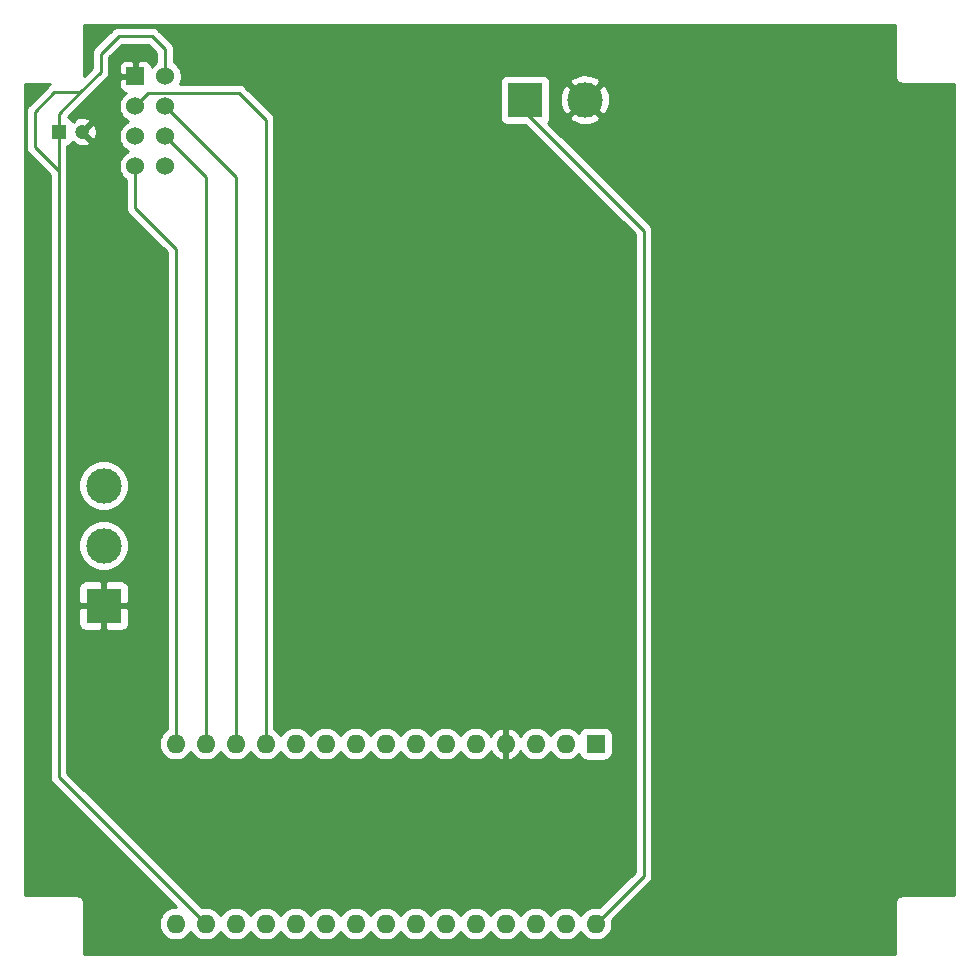
<source format=gbr>
%TF.GenerationSoftware,KiCad,Pcbnew,(5.1.10)-1*%
%TF.CreationDate,2021-11-09T21:08:57+01:00*%
%TF.ProjectId,BuzzerSend,42757a7a-6572-4536-956e-642e6b696361,1.0*%
%TF.SameCoordinates,Original*%
%TF.FileFunction,Copper,L1,Top*%
%TF.FilePolarity,Positive*%
%FSLAX46Y46*%
G04 Gerber Fmt 4.6, Leading zero omitted, Abs format (unit mm)*
G04 Created by KiCad (PCBNEW (5.1.10)-1) date 2021-11-09 21:08:57*
%MOMM*%
%LPD*%
G01*
G04 APERTURE LIST*
%TA.AperFunction,ComponentPad*%
%ADD10R,1.600000X1.600000*%
%TD*%
%TA.AperFunction,ComponentPad*%
%ADD11O,1.600000X1.600000*%
%TD*%
%TA.AperFunction,ComponentPad*%
%ADD12R,3.000000X3.000000*%
%TD*%
%TA.AperFunction,ComponentPad*%
%ADD13C,3.000000*%
%TD*%
%TA.AperFunction,ComponentPad*%
%ADD14R,1.524000X1.524000*%
%TD*%
%TA.AperFunction,ComponentPad*%
%ADD15C,1.524000*%
%TD*%
%TA.AperFunction,ComponentPad*%
%ADD16R,1.200000X1.200000*%
%TD*%
%TA.AperFunction,ComponentPad*%
%ADD17C,1.200000*%
%TD*%
%TA.AperFunction,Conductor*%
%ADD18C,0.250000*%
%TD*%
%TA.AperFunction,Conductor*%
%ADD19C,0.254000*%
%TD*%
%TA.AperFunction,Conductor*%
%ADD20C,0.100000*%
%TD*%
G04 APERTURE END LIST*
D10*
%TO.P,A1,1*%
%TO.N,Net-(A1-Pad1)*%
X93980000Y-111506000D03*
D11*
%TO.P,A1,17*%
%TO.N,Net-(A1-Pad17)*%
X60960000Y-126746000D03*
%TO.P,A1,2*%
%TO.N,Net-(A1-Pad2)*%
X91440000Y-111506000D03*
%TO.P,A1,18*%
%TO.N,Net-(A1-Pad18)*%
X63500000Y-126746000D03*
%TO.P,A1,3*%
%TO.N,Net-(A1-Pad3)*%
X88900000Y-111506000D03*
%TO.P,A1,19*%
%TO.N,Net-(A1-Pad19)*%
X66040000Y-126746000D03*
%TO.P,A1,4*%
%TO.N,GND*%
X86360000Y-111506000D03*
%TO.P,A1,20*%
%TO.N,Net-(A1-Pad20)*%
X68580000Y-126746000D03*
%TO.P,A1,5*%
%TO.N,Net-(A1-Pad5)*%
X83820000Y-111506000D03*
%TO.P,A1,21*%
%TO.N,Net-(A1-Pad21)*%
X71120000Y-126746000D03*
%TO.P,A1,6*%
%TO.N,Net-(A1-Pad6)*%
X81280000Y-111506000D03*
%TO.P,A1,22*%
%TO.N,Net-(A1-Pad22)*%
X73660000Y-126746000D03*
%TO.P,A1,7*%
%TO.N,Net-(A1-Pad7)*%
X78740000Y-111506000D03*
%TO.P,A1,23*%
%TO.N,Net-(A1-Pad23)*%
X76200000Y-126746000D03*
%TO.P,A1,8*%
%TO.N,Net-(A1-Pad8)*%
X76200000Y-111506000D03*
%TO.P,A1,24*%
%TO.N,Net-(A1-Pad24)*%
X78740000Y-126746000D03*
%TO.P,A1,9*%
%TO.N,Net-(A1-Pad9)*%
X73660000Y-111506000D03*
%TO.P,A1,25*%
%TO.N,Net-(A1-Pad25)*%
X81280000Y-126746000D03*
%TO.P,A1,10*%
%TO.N,Net-(A1-Pad10)*%
X71120000Y-111506000D03*
%TO.P,A1,26*%
%TO.N,Net-(A1-Pad26)*%
X83820000Y-126746000D03*
%TO.P,A1,11*%
%TO.N,Net-(A1-Pad11)*%
X68580000Y-111506000D03*
%TO.P,A1,27*%
%TO.N,Net-(A1-Pad27)*%
X86360000Y-126746000D03*
%TO.P,A1,12*%
%TO.N,Net-(A1-Pad12)*%
X66040000Y-111506000D03*
%TO.P,A1,28*%
%TO.N,Net-(A1-Pad28)*%
X88900000Y-126746000D03*
%TO.P,A1,13*%
%TO.N,Net-(A1-Pad13)*%
X63500000Y-111506000D03*
%TO.P,A1,29*%
%TO.N,Net-(A1-Pad29)*%
X91440000Y-126746000D03*
%TO.P,A1,14*%
%TO.N,Net-(A1-Pad14)*%
X60960000Y-111506000D03*
%TO.P,A1,30*%
%TO.N,+9V*%
X93980000Y-126746000D03*
%TO.P,A1,15*%
%TO.N,Net-(A1-Pad15)*%
X58420000Y-111506000D03*
%TO.P,A1,16*%
%TO.N,Net-(A1-Pad16)*%
X58420000Y-126746000D03*
%TD*%
D12*
%TO.P,J1,1*%
%TO.N,GND*%
X52324000Y-99822000D03*
D13*
%TO.P,J1,2*%
%TO.N,Net-(A1-Pad5)*%
X52324000Y-94742000D03*
%TO.P,J1,3*%
%TO.N,Net-(A1-Pad7)*%
X52324000Y-89662000D03*
%TD*%
D12*
%TO.P,J2,1*%
%TO.N,+9V*%
X88000000Y-57000000D03*
D13*
%TO.P,J2,2*%
%TO.N,GND*%
X93080000Y-57000000D03*
%TD*%
D14*
%TO.P,U1,1*%
%TO.N,GND*%
X55000000Y-55000000D03*
D15*
%TO.P,U1,2*%
%TO.N,Net-(A1-Pad17)*%
X57540000Y-55000000D03*
%TO.P,U1,3*%
%TO.N,Net-(A1-Pad12)*%
X55000000Y-57540000D03*
%TO.P,U1,4*%
%TO.N,Net-(A1-Pad13)*%
X57540000Y-57540000D03*
%TO.P,U1,5*%
%TO.N,Net-(A1-Pad16)*%
X55000000Y-60080000D03*
%TO.P,U1,6*%
%TO.N,Net-(A1-Pad14)*%
X57540000Y-60080000D03*
%TO.P,U1,7*%
%TO.N,Net-(A1-Pad15)*%
X55000000Y-62620000D03*
%TO.P,U1,8*%
%TO.N,Net-(U1-Pad8)*%
X57540000Y-62620000D03*
%TD*%
D16*
%TO.P,C1,1*%
%TO.N,Net-(A1-Pad17)*%
X48514000Y-59690000D03*
D17*
%TO.P,C1,2*%
%TO.N,GND*%
X50514000Y-59690000D03*
%TD*%
D18*
%TO.N,Net-(A1-Pad17)*%
X56388000Y-51562000D02*
X57540000Y-52714000D01*
X57540000Y-52714000D02*
X57540000Y-55000000D01*
X53594000Y-51562000D02*
X56388000Y-51562000D01*
X52070000Y-53086000D02*
X53594000Y-51562000D01*
X60960000Y-126746000D02*
X48514000Y-114300000D01*
X48514000Y-114300000D02*
X48514000Y-104648000D01*
X48514000Y-104902000D02*
X48514000Y-104648000D01*
X48514000Y-104648000D02*
X48514000Y-65786000D01*
X48514000Y-59690000D02*
X48514000Y-58166000D01*
X52070000Y-54610000D02*
X52070000Y-53086000D01*
X48514000Y-65786000D02*
X48514000Y-63014000D01*
X48514000Y-63014000D02*
X48514000Y-59690000D01*
X48160000Y-56340000D02*
X50340000Y-56340000D01*
X46500000Y-58000000D02*
X48160000Y-56340000D01*
X50340000Y-56340000D02*
X52070000Y-54610000D01*
X46500000Y-61000000D02*
X46500000Y-58000000D01*
X48514000Y-63014000D02*
X46500000Y-61000000D01*
X48514000Y-58166000D02*
X50340000Y-56340000D01*
%TO.N,Net-(A1-Pad12)*%
X63754000Y-56388000D02*
X66040000Y-58674000D01*
X66040000Y-58674000D02*
X66040000Y-64516000D01*
X56134000Y-56388000D02*
X63754000Y-56388000D01*
X55000000Y-57540000D02*
X56087001Y-56452999D01*
X56087001Y-56434999D02*
X56134000Y-56388000D01*
X56087001Y-56452999D02*
X56087001Y-56434999D01*
X66040000Y-64516000D02*
X66040000Y-64431238D01*
X66040000Y-111506000D02*
X66040000Y-64516000D01*
%TO.N,Net-(A1-Pad13)*%
X63500000Y-63500000D02*
X57540000Y-57540000D01*
X63500000Y-111506000D02*
X63500000Y-63500000D01*
%TO.N,Net-(A1-Pad14)*%
X60960000Y-63500000D02*
X60960000Y-111506000D01*
X57540000Y-60080000D02*
X60960000Y-63500000D01*
%TO.N,+9V*%
X88000000Y-57000000D02*
X88000000Y-58028000D01*
X88000000Y-58028000D02*
X98044000Y-68072000D01*
X98044000Y-122682000D02*
X93980000Y-126746000D01*
X98044000Y-68072000D02*
X98044000Y-122682000D01*
%TO.N,Net-(A1-Pad15)*%
X58420000Y-111506000D02*
X58420000Y-69596000D01*
X55000000Y-66176000D02*
X55000000Y-62620000D01*
X58420000Y-69596000D02*
X55000000Y-66176000D01*
%TO.N,Net-(A1-Pad16)*%
X58420000Y-126746000D02*
X58166000Y-127000000D01*
%TD*%
D19*
%TO.N,GND*%
X119340000Y-54967581D02*
X119336807Y-55000000D01*
X119349550Y-55129383D01*
X119387290Y-55253793D01*
X119448575Y-55368450D01*
X119531052Y-55468948D01*
X119631550Y-55551425D01*
X119746207Y-55612710D01*
X119870617Y-55650450D01*
X120000000Y-55663193D01*
X120032419Y-55660000D01*
X124340001Y-55660000D01*
X124340000Y-124340000D01*
X120032419Y-124340000D01*
X120000000Y-124336807D01*
X119967581Y-124340000D01*
X119870617Y-124349550D01*
X119746207Y-124387290D01*
X119631550Y-124448575D01*
X119531052Y-124531052D01*
X119448575Y-124631550D01*
X119387290Y-124746207D01*
X119349550Y-124870617D01*
X119336807Y-125000000D01*
X119340001Y-125032429D01*
X119340000Y-129340000D01*
X50660000Y-129340000D01*
X50660000Y-125032418D01*
X50663193Y-125000000D01*
X50650450Y-124870617D01*
X50612710Y-124746207D01*
X50551425Y-124631550D01*
X50468948Y-124531052D01*
X50368450Y-124448575D01*
X50253793Y-124387290D01*
X50129383Y-124349550D01*
X50032419Y-124340000D01*
X50000000Y-124336807D01*
X49967581Y-124340000D01*
X45660000Y-124340000D01*
X45660000Y-55660000D01*
X47819960Y-55660000D01*
X47735724Y-55705026D01*
X47619999Y-55799999D01*
X47596201Y-55828997D01*
X45988998Y-57436201D01*
X45960000Y-57459999D01*
X45936202Y-57488997D01*
X45936201Y-57488998D01*
X45865026Y-57575724D01*
X45794454Y-57707754D01*
X45785961Y-57735754D01*
X45750998Y-57851014D01*
X45743711Y-57924997D01*
X45736324Y-58000000D01*
X45740001Y-58037332D01*
X45740000Y-60962677D01*
X45736324Y-61000000D01*
X45740000Y-61037322D01*
X45740000Y-61037332D01*
X45750997Y-61148985D01*
X45773449Y-61223000D01*
X45794454Y-61292246D01*
X45865026Y-61424276D01*
X45904871Y-61472826D01*
X45959999Y-61540001D01*
X45989003Y-61563804D01*
X47754001Y-63328803D01*
X47754000Y-65823332D01*
X47754001Y-65823342D01*
X47754000Y-104610667D01*
X47754000Y-104939332D01*
X47754001Y-104939342D01*
X47754000Y-114262678D01*
X47750324Y-114300000D01*
X47754000Y-114337322D01*
X47754000Y-114337332D01*
X47764997Y-114448985D01*
X47808454Y-114592246D01*
X47879026Y-114724276D01*
X47918871Y-114772826D01*
X47973999Y-114840001D01*
X48003003Y-114863804D01*
X58450198Y-125311000D01*
X58278665Y-125311000D01*
X58001426Y-125366147D01*
X57740273Y-125474320D01*
X57505241Y-125631363D01*
X57305363Y-125831241D01*
X57148320Y-126066273D01*
X57040147Y-126327426D01*
X56985000Y-126604665D01*
X56985000Y-126887335D01*
X57040147Y-127164574D01*
X57148320Y-127425727D01*
X57305363Y-127660759D01*
X57505241Y-127860637D01*
X57740273Y-128017680D01*
X58001426Y-128125853D01*
X58278665Y-128181000D01*
X58561335Y-128181000D01*
X58838574Y-128125853D01*
X59099727Y-128017680D01*
X59334759Y-127860637D01*
X59534637Y-127660759D01*
X59690000Y-127428241D01*
X59845363Y-127660759D01*
X60045241Y-127860637D01*
X60280273Y-128017680D01*
X60541426Y-128125853D01*
X60818665Y-128181000D01*
X61101335Y-128181000D01*
X61378574Y-128125853D01*
X61639727Y-128017680D01*
X61874759Y-127860637D01*
X62074637Y-127660759D01*
X62230000Y-127428241D01*
X62385363Y-127660759D01*
X62585241Y-127860637D01*
X62820273Y-128017680D01*
X63081426Y-128125853D01*
X63358665Y-128181000D01*
X63641335Y-128181000D01*
X63918574Y-128125853D01*
X64179727Y-128017680D01*
X64414759Y-127860637D01*
X64614637Y-127660759D01*
X64770000Y-127428241D01*
X64925363Y-127660759D01*
X65125241Y-127860637D01*
X65360273Y-128017680D01*
X65621426Y-128125853D01*
X65898665Y-128181000D01*
X66181335Y-128181000D01*
X66458574Y-128125853D01*
X66719727Y-128017680D01*
X66954759Y-127860637D01*
X67154637Y-127660759D01*
X67310000Y-127428241D01*
X67465363Y-127660759D01*
X67665241Y-127860637D01*
X67900273Y-128017680D01*
X68161426Y-128125853D01*
X68438665Y-128181000D01*
X68721335Y-128181000D01*
X68998574Y-128125853D01*
X69259727Y-128017680D01*
X69494759Y-127860637D01*
X69694637Y-127660759D01*
X69850000Y-127428241D01*
X70005363Y-127660759D01*
X70205241Y-127860637D01*
X70440273Y-128017680D01*
X70701426Y-128125853D01*
X70978665Y-128181000D01*
X71261335Y-128181000D01*
X71538574Y-128125853D01*
X71799727Y-128017680D01*
X72034759Y-127860637D01*
X72234637Y-127660759D01*
X72390000Y-127428241D01*
X72545363Y-127660759D01*
X72745241Y-127860637D01*
X72980273Y-128017680D01*
X73241426Y-128125853D01*
X73518665Y-128181000D01*
X73801335Y-128181000D01*
X74078574Y-128125853D01*
X74339727Y-128017680D01*
X74574759Y-127860637D01*
X74774637Y-127660759D01*
X74930000Y-127428241D01*
X75085363Y-127660759D01*
X75285241Y-127860637D01*
X75520273Y-128017680D01*
X75781426Y-128125853D01*
X76058665Y-128181000D01*
X76341335Y-128181000D01*
X76618574Y-128125853D01*
X76879727Y-128017680D01*
X77114759Y-127860637D01*
X77314637Y-127660759D01*
X77470000Y-127428241D01*
X77625363Y-127660759D01*
X77825241Y-127860637D01*
X78060273Y-128017680D01*
X78321426Y-128125853D01*
X78598665Y-128181000D01*
X78881335Y-128181000D01*
X79158574Y-128125853D01*
X79419727Y-128017680D01*
X79654759Y-127860637D01*
X79854637Y-127660759D01*
X80010000Y-127428241D01*
X80165363Y-127660759D01*
X80365241Y-127860637D01*
X80600273Y-128017680D01*
X80861426Y-128125853D01*
X81138665Y-128181000D01*
X81421335Y-128181000D01*
X81698574Y-128125853D01*
X81959727Y-128017680D01*
X82194759Y-127860637D01*
X82394637Y-127660759D01*
X82550000Y-127428241D01*
X82705363Y-127660759D01*
X82905241Y-127860637D01*
X83140273Y-128017680D01*
X83401426Y-128125853D01*
X83678665Y-128181000D01*
X83961335Y-128181000D01*
X84238574Y-128125853D01*
X84499727Y-128017680D01*
X84734759Y-127860637D01*
X84934637Y-127660759D01*
X85090000Y-127428241D01*
X85245363Y-127660759D01*
X85445241Y-127860637D01*
X85680273Y-128017680D01*
X85941426Y-128125853D01*
X86218665Y-128181000D01*
X86501335Y-128181000D01*
X86778574Y-128125853D01*
X87039727Y-128017680D01*
X87274759Y-127860637D01*
X87474637Y-127660759D01*
X87630000Y-127428241D01*
X87785363Y-127660759D01*
X87985241Y-127860637D01*
X88220273Y-128017680D01*
X88481426Y-128125853D01*
X88758665Y-128181000D01*
X89041335Y-128181000D01*
X89318574Y-128125853D01*
X89579727Y-128017680D01*
X89814759Y-127860637D01*
X90014637Y-127660759D01*
X90170000Y-127428241D01*
X90325363Y-127660759D01*
X90525241Y-127860637D01*
X90760273Y-128017680D01*
X91021426Y-128125853D01*
X91298665Y-128181000D01*
X91581335Y-128181000D01*
X91858574Y-128125853D01*
X92119727Y-128017680D01*
X92354759Y-127860637D01*
X92554637Y-127660759D01*
X92710000Y-127428241D01*
X92865363Y-127660759D01*
X93065241Y-127860637D01*
X93300273Y-128017680D01*
X93561426Y-128125853D01*
X93838665Y-128181000D01*
X94121335Y-128181000D01*
X94398574Y-128125853D01*
X94659727Y-128017680D01*
X94894759Y-127860637D01*
X95094637Y-127660759D01*
X95251680Y-127425727D01*
X95359853Y-127164574D01*
X95415000Y-126887335D01*
X95415000Y-126604665D01*
X95378688Y-126422113D01*
X98555003Y-123245799D01*
X98584001Y-123222001D01*
X98610332Y-123189917D01*
X98678974Y-123106277D01*
X98749546Y-122974247D01*
X98793003Y-122830986D01*
X98804000Y-122719333D01*
X98804000Y-122719323D01*
X98807676Y-122682000D01*
X98804000Y-122644677D01*
X98804000Y-68109322D01*
X98807676Y-68071999D01*
X98804000Y-68034677D01*
X98804000Y-68034667D01*
X98793003Y-67923014D01*
X98749546Y-67779753D01*
X98678975Y-67647725D01*
X98678974Y-67647723D01*
X98607799Y-67560997D01*
X98584001Y-67531999D01*
X98555004Y-67508202D01*
X89972281Y-58925480D01*
X90030537Y-58854494D01*
X90089502Y-58744180D01*
X90125812Y-58624482D01*
X90138072Y-58500000D01*
X90138072Y-58491653D01*
X91767952Y-58491653D01*
X91923962Y-58807214D01*
X92298745Y-58998020D01*
X92703551Y-59112044D01*
X93122824Y-59144902D01*
X93540451Y-59095334D01*
X93940383Y-58965243D01*
X94236038Y-58807214D01*
X94392048Y-58491653D01*
X93080000Y-57179605D01*
X91767952Y-58491653D01*
X90138072Y-58491653D01*
X90138072Y-57042824D01*
X90935098Y-57042824D01*
X90984666Y-57460451D01*
X91114757Y-57860383D01*
X91272786Y-58156038D01*
X91588347Y-58312048D01*
X92900395Y-57000000D01*
X93259605Y-57000000D01*
X94571653Y-58312048D01*
X94887214Y-58156038D01*
X95078020Y-57781255D01*
X95192044Y-57376449D01*
X95224902Y-56957176D01*
X95175334Y-56539549D01*
X95045243Y-56139617D01*
X94887214Y-55843962D01*
X94571653Y-55687952D01*
X93259605Y-57000000D01*
X92900395Y-57000000D01*
X91588347Y-55687952D01*
X91272786Y-55843962D01*
X91081980Y-56218745D01*
X90967956Y-56623551D01*
X90935098Y-57042824D01*
X90138072Y-57042824D01*
X90138072Y-55508347D01*
X91767952Y-55508347D01*
X93080000Y-56820395D01*
X94392048Y-55508347D01*
X94236038Y-55192786D01*
X93861255Y-55001980D01*
X93456449Y-54887956D01*
X93037176Y-54855098D01*
X92619549Y-54904666D01*
X92219617Y-55034757D01*
X91923962Y-55192786D01*
X91767952Y-55508347D01*
X90138072Y-55508347D01*
X90138072Y-55500000D01*
X90125812Y-55375518D01*
X90089502Y-55255820D01*
X90030537Y-55145506D01*
X89951185Y-55048815D01*
X89854494Y-54969463D01*
X89744180Y-54910498D01*
X89624482Y-54874188D01*
X89500000Y-54861928D01*
X86500000Y-54861928D01*
X86375518Y-54874188D01*
X86255820Y-54910498D01*
X86145506Y-54969463D01*
X86048815Y-55048815D01*
X85969463Y-55145506D01*
X85910498Y-55255820D01*
X85874188Y-55375518D01*
X85861928Y-55500000D01*
X85861928Y-58500000D01*
X85874188Y-58624482D01*
X85910498Y-58744180D01*
X85969463Y-58854494D01*
X86048815Y-58951185D01*
X86145506Y-59030537D01*
X86255820Y-59089502D01*
X86375518Y-59125812D01*
X86500000Y-59138072D01*
X88035271Y-59138072D01*
X97284000Y-68386802D01*
X97284001Y-122367197D01*
X94303887Y-125347312D01*
X94121335Y-125311000D01*
X93838665Y-125311000D01*
X93561426Y-125366147D01*
X93300273Y-125474320D01*
X93065241Y-125631363D01*
X92865363Y-125831241D01*
X92710000Y-126063759D01*
X92554637Y-125831241D01*
X92354759Y-125631363D01*
X92119727Y-125474320D01*
X91858574Y-125366147D01*
X91581335Y-125311000D01*
X91298665Y-125311000D01*
X91021426Y-125366147D01*
X90760273Y-125474320D01*
X90525241Y-125631363D01*
X90325363Y-125831241D01*
X90170000Y-126063759D01*
X90014637Y-125831241D01*
X89814759Y-125631363D01*
X89579727Y-125474320D01*
X89318574Y-125366147D01*
X89041335Y-125311000D01*
X88758665Y-125311000D01*
X88481426Y-125366147D01*
X88220273Y-125474320D01*
X87985241Y-125631363D01*
X87785363Y-125831241D01*
X87630000Y-126063759D01*
X87474637Y-125831241D01*
X87274759Y-125631363D01*
X87039727Y-125474320D01*
X86778574Y-125366147D01*
X86501335Y-125311000D01*
X86218665Y-125311000D01*
X85941426Y-125366147D01*
X85680273Y-125474320D01*
X85445241Y-125631363D01*
X85245363Y-125831241D01*
X85090000Y-126063759D01*
X84934637Y-125831241D01*
X84734759Y-125631363D01*
X84499727Y-125474320D01*
X84238574Y-125366147D01*
X83961335Y-125311000D01*
X83678665Y-125311000D01*
X83401426Y-125366147D01*
X83140273Y-125474320D01*
X82905241Y-125631363D01*
X82705363Y-125831241D01*
X82550000Y-126063759D01*
X82394637Y-125831241D01*
X82194759Y-125631363D01*
X81959727Y-125474320D01*
X81698574Y-125366147D01*
X81421335Y-125311000D01*
X81138665Y-125311000D01*
X80861426Y-125366147D01*
X80600273Y-125474320D01*
X80365241Y-125631363D01*
X80165363Y-125831241D01*
X80010000Y-126063759D01*
X79854637Y-125831241D01*
X79654759Y-125631363D01*
X79419727Y-125474320D01*
X79158574Y-125366147D01*
X78881335Y-125311000D01*
X78598665Y-125311000D01*
X78321426Y-125366147D01*
X78060273Y-125474320D01*
X77825241Y-125631363D01*
X77625363Y-125831241D01*
X77470000Y-126063759D01*
X77314637Y-125831241D01*
X77114759Y-125631363D01*
X76879727Y-125474320D01*
X76618574Y-125366147D01*
X76341335Y-125311000D01*
X76058665Y-125311000D01*
X75781426Y-125366147D01*
X75520273Y-125474320D01*
X75285241Y-125631363D01*
X75085363Y-125831241D01*
X74930000Y-126063759D01*
X74774637Y-125831241D01*
X74574759Y-125631363D01*
X74339727Y-125474320D01*
X74078574Y-125366147D01*
X73801335Y-125311000D01*
X73518665Y-125311000D01*
X73241426Y-125366147D01*
X72980273Y-125474320D01*
X72745241Y-125631363D01*
X72545363Y-125831241D01*
X72390000Y-126063759D01*
X72234637Y-125831241D01*
X72034759Y-125631363D01*
X71799727Y-125474320D01*
X71538574Y-125366147D01*
X71261335Y-125311000D01*
X70978665Y-125311000D01*
X70701426Y-125366147D01*
X70440273Y-125474320D01*
X70205241Y-125631363D01*
X70005363Y-125831241D01*
X69850000Y-126063759D01*
X69694637Y-125831241D01*
X69494759Y-125631363D01*
X69259727Y-125474320D01*
X68998574Y-125366147D01*
X68721335Y-125311000D01*
X68438665Y-125311000D01*
X68161426Y-125366147D01*
X67900273Y-125474320D01*
X67665241Y-125631363D01*
X67465363Y-125831241D01*
X67310000Y-126063759D01*
X67154637Y-125831241D01*
X66954759Y-125631363D01*
X66719727Y-125474320D01*
X66458574Y-125366147D01*
X66181335Y-125311000D01*
X65898665Y-125311000D01*
X65621426Y-125366147D01*
X65360273Y-125474320D01*
X65125241Y-125631363D01*
X64925363Y-125831241D01*
X64770000Y-126063759D01*
X64614637Y-125831241D01*
X64414759Y-125631363D01*
X64179727Y-125474320D01*
X63918574Y-125366147D01*
X63641335Y-125311000D01*
X63358665Y-125311000D01*
X63081426Y-125366147D01*
X62820273Y-125474320D01*
X62585241Y-125631363D01*
X62385363Y-125831241D01*
X62230000Y-126063759D01*
X62074637Y-125831241D01*
X61874759Y-125631363D01*
X61639727Y-125474320D01*
X61378574Y-125366147D01*
X61101335Y-125311000D01*
X60818665Y-125311000D01*
X60636114Y-125347312D01*
X49274000Y-113985199D01*
X49274000Y-101322000D01*
X50185928Y-101322000D01*
X50198188Y-101446482D01*
X50234498Y-101566180D01*
X50293463Y-101676494D01*
X50372815Y-101773185D01*
X50469506Y-101852537D01*
X50579820Y-101911502D01*
X50699518Y-101947812D01*
X50824000Y-101960072D01*
X52038250Y-101957000D01*
X52197000Y-101798250D01*
X52197000Y-99949000D01*
X52451000Y-99949000D01*
X52451000Y-101798250D01*
X52609750Y-101957000D01*
X53824000Y-101960072D01*
X53948482Y-101947812D01*
X54068180Y-101911502D01*
X54178494Y-101852537D01*
X54275185Y-101773185D01*
X54354537Y-101676494D01*
X54413502Y-101566180D01*
X54449812Y-101446482D01*
X54462072Y-101322000D01*
X54459000Y-100107750D01*
X54300250Y-99949000D01*
X52451000Y-99949000D01*
X52197000Y-99949000D01*
X50347750Y-99949000D01*
X50189000Y-100107750D01*
X50185928Y-101322000D01*
X49274000Y-101322000D01*
X49274000Y-98322000D01*
X50185928Y-98322000D01*
X50189000Y-99536250D01*
X50347750Y-99695000D01*
X52197000Y-99695000D01*
X52197000Y-97845750D01*
X52451000Y-97845750D01*
X52451000Y-99695000D01*
X54300250Y-99695000D01*
X54459000Y-99536250D01*
X54462072Y-98322000D01*
X54449812Y-98197518D01*
X54413502Y-98077820D01*
X54354537Y-97967506D01*
X54275185Y-97870815D01*
X54178494Y-97791463D01*
X54068180Y-97732498D01*
X53948482Y-97696188D01*
X53824000Y-97683928D01*
X52609750Y-97687000D01*
X52451000Y-97845750D01*
X52197000Y-97845750D01*
X52038250Y-97687000D01*
X50824000Y-97683928D01*
X50699518Y-97696188D01*
X50579820Y-97732498D01*
X50469506Y-97791463D01*
X50372815Y-97870815D01*
X50293463Y-97967506D01*
X50234498Y-98077820D01*
X50198188Y-98197518D01*
X50185928Y-98322000D01*
X49274000Y-98322000D01*
X49274000Y-94531721D01*
X50189000Y-94531721D01*
X50189000Y-94952279D01*
X50271047Y-95364756D01*
X50431988Y-95753302D01*
X50665637Y-96102983D01*
X50963017Y-96400363D01*
X51312698Y-96634012D01*
X51701244Y-96794953D01*
X52113721Y-96877000D01*
X52534279Y-96877000D01*
X52946756Y-96794953D01*
X53335302Y-96634012D01*
X53684983Y-96400363D01*
X53982363Y-96102983D01*
X54216012Y-95753302D01*
X54376953Y-95364756D01*
X54459000Y-94952279D01*
X54459000Y-94531721D01*
X54376953Y-94119244D01*
X54216012Y-93730698D01*
X53982363Y-93381017D01*
X53684983Y-93083637D01*
X53335302Y-92849988D01*
X52946756Y-92689047D01*
X52534279Y-92607000D01*
X52113721Y-92607000D01*
X51701244Y-92689047D01*
X51312698Y-92849988D01*
X50963017Y-93083637D01*
X50665637Y-93381017D01*
X50431988Y-93730698D01*
X50271047Y-94119244D01*
X50189000Y-94531721D01*
X49274000Y-94531721D01*
X49274000Y-89451721D01*
X50189000Y-89451721D01*
X50189000Y-89872279D01*
X50271047Y-90284756D01*
X50431988Y-90673302D01*
X50665637Y-91022983D01*
X50963017Y-91320363D01*
X51312698Y-91554012D01*
X51701244Y-91714953D01*
X52113721Y-91797000D01*
X52534279Y-91797000D01*
X52946756Y-91714953D01*
X53335302Y-91554012D01*
X53684983Y-91320363D01*
X53982363Y-91022983D01*
X54216012Y-90673302D01*
X54376953Y-90284756D01*
X54459000Y-89872279D01*
X54459000Y-89451721D01*
X54376953Y-89039244D01*
X54216012Y-88650698D01*
X53982363Y-88301017D01*
X53684983Y-88003637D01*
X53335302Y-87769988D01*
X52946756Y-87609047D01*
X52534279Y-87527000D01*
X52113721Y-87527000D01*
X51701244Y-87609047D01*
X51312698Y-87769988D01*
X50963017Y-88003637D01*
X50665637Y-88301017D01*
X50431988Y-88650698D01*
X50271047Y-89039244D01*
X50189000Y-89451721D01*
X49274000Y-89451721D01*
X49274000Y-63051322D01*
X49277676Y-63013999D01*
X49274000Y-62976676D01*
X49274000Y-60905038D01*
X49358180Y-60879502D01*
X49468494Y-60820537D01*
X49565185Y-60741185D01*
X49644537Y-60644494D01*
X49668858Y-60598994D01*
X49726736Y-60656872D01*
X49843842Y-60539766D01*
X49891148Y-60763348D01*
X50112516Y-60864237D01*
X50349313Y-60920000D01*
X50592438Y-60928495D01*
X50832549Y-60889395D01*
X51060418Y-60804202D01*
X51136852Y-60763348D01*
X51184159Y-60539764D01*
X50514000Y-59869605D01*
X50499858Y-59883748D01*
X50320253Y-59704143D01*
X50334395Y-59690000D01*
X50693605Y-59690000D01*
X51363764Y-60360159D01*
X51587348Y-60312852D01*
X51688237Y-60091484D01*
X51744000Y-59854687D01*
X51752495Y-59611562D01*
X51713395Y-59371451D01*
X51628202Y-59143582D01*
X51587348Y-59067148D01*
X51363764Y-59019841D01*
X50693605Y-59690000D01*
X50334395Y-59690000D01*
X50320253Y-59675858D01*
X50499858Y-59496253D01*
X50514000Y-59510395D01*
X51184159Y-58840236D01*
X51136852Y-58616652D01*
X50915484Y-58515763D01*
X50678687Y-58460000D01*
X50435562Y-58451505D01*
X50195451Y-58490605D01*
X49967582Y-58575798D01*
X49891148Y-58616652D01*
X49843842Y-58840234D01*
X49726736Y-58723128D01*
X49668858Y-58781006D01*
X49644537Y-58735506D01*
X49565185Y-58638815D01*
X49468494Y-58559463D01*
X49358180Y-58500498D01*
X49278480Y-58476321D01*
X50851003Y-56903799D01*
X50880001Y-56880001D01*
X50903803Y-56850998D01*
X52581009Y-55173794D01*
X52610001Y-55150001D01*
X52633795Y-55121008D01*
X52633799Y-55121004D01*
X52704973Y-55034277D01*
X52704974Y-55034276D01*
X52775546Y-54902247D01*
X52819003Y-54758986D01*
X52830000Y-54647333D01*
X52830000Y-54647324D01*
X52833676Y-54610001D01*
X52830000Y-54572678D01*
X52830000Y-54238000D01*
X53599928Y-54238000D01*
X53603000Y-54714250D01*
X53761750Y-54873000D01*
X54873000Y-54873000D01*
X54873000Y-53761750D01*
X54714250Y-53603000D01*
X54238000Y-53599928D01*
X54113518Y-53612188D01*
X53993820Y-53648498D01*
X53883506Y-53707463D01*
X53786815Y-53786815D01*
X53707463Y-53883506D01*
X53648498Y-53993820D01*
X53612188Y-54113518D01*
X53599928Y-54238000D01*
X52830000Y-54238000D01*
X52830000Y-53400801D01*
X53908803Y-52322000D01*
X56073199Y-52322000D01*
X56780000Y-53028802D01*
X56780000Y-53827659D01*
X56649465Y-53914880D01*
X56454880Y-54109465D01*
X56396080Y-54197465D01*
X56387812Y-54113518D01*
X56351502Y-53993820D01*
X56292537Y-53883506D01*
X56213185Y-53786815D01*
X56116494Y-53707463D01*
X56006180Y-53648498D01*
X55886482Y-53612188D01*
X55762000Y-53599928D01*
X55285750Y-53603000D01*
X55127000Y-53761750D01*
X55127000Y-54873000D01*
X55147000Y-54873000D01*
X55147000Y-55127000D01*
X55127000Y-55127000D01*
X55127000Y-55147000D01*
X54873000Y-55147000D01*
X54873000Y-55127000D01*
X53761750Y-55127000D01*
X53603000Y-55285750D01*
X53599928Y-55762000D01*
X53612188Y-55886482D01*
X53648498Y-56006180D01*
X53707463Y-56116494D01*
X53786815Y-56213185D01*
X53883506Y-56292537D01*
X53993820Y-56351502D01*
X54113518Y-56387812D01*
X54197465Y-56396080D01*
X54109465Y-56454880D01*
X53914880Y-56649465D01*
X53761995Y-56878273D01*
X53656686Y-57132510D01*
X53603000Y-57402408D01*
X53603000Y-57677592D01*
X53656686Y-57947490D01*
X53761995Y-58201727D01*
X53914880Y-58430535D01*
X54109465Y-58625120D01*
X54338273Y-58778005D01*
X54415515Y-58810000D01*
X54338273Y-58841995D01*
X54109465Y-58994880D01*
X53914880Y-59189465D01*
X53761995Y-59418273D01*
X53656686Y-59672510D01*
X53603000Y-59942408D01*
X53603000Y-60217592D01*
X53656686Y-60487490D01*
X53761995Y-60741727D01*
X53914880Y-60970535D01*
X54109465Y-61165120D01*
X54338273Y-61318005D01*
X54415515Y-61350000D01*
X54338273Y-61381995D01*
X54109465Y-61534880D01*
X53914880Y-61729465D01*
X53761995Y-61958273D01*
X53656686Y-62212510D01*
X53603000Y-62482408D01*
X53603000Y-62757592D01*
X53656686Y-63027490D01*
X53761995Y-63281727D01*
X53914880Y-63510535D01*
X54109465Y-63705120D01*
X54240001Y-63792341D01*
X54240000Y-66138677D01*
X54236324Y-66176000D01*
X54240000Y-66213322D01*
X54240000Y-66213332D01*
X54250997Y-66324985D01*
X54294454Y-66468246D01*
X54365026Y-66600276D01*
X54404871Y-66648826D01*
X54459999Y-66716001D01*
X54489003Y-66739804D01*
X57660001Y-69910804D01*
X57660000Y-110287957D01*
X57505241Y-110391363D01*
X57305363Y-110591241D01*
X57148320Y-110826273D01*
X57040147Y-111087426D01*
X56985000Y-111364665D01*
X56985000Y-111647335D01*
X57040147Y-111924574D01*
X57148320Y-112185727D01*
X57305363Y-112420759D01*
X57505241Y-112620637D01*
X57740273Y-112777680D01*
X58001426Y-112885853D01*
X58278665Y-112941000D01*
X58561335Y-112941000D01*
X58838574Y-112885853D01*
X59099727Y-112777680D01*
X59334759Y-112620637D01*
X59534637Y-112420759D01*
X59690000Y-112188241D01*
X59845363Y-112420759D01*
X60045241Y-112620637D01*
X60280273Y-112777680D01*
X60541426Y-112885853D01*
X60818665Y-112941000D01*
X61101335Y-112941000D01*
X61378574Y-112885853D01*
X61639727Y-112777680D01*
X61874759Y-112620637D01*
X62074637Y-112420759D01*
X62230000Y-112188241D01*
X62385363Y-112420759D01*
X62585241Y-112620637D01*
X62820273Y-112777680D01*
X63081426Y-112885853D01*
X63358665Y-112941000D01*
X63641335Y-112941000D01*
X63918574Y-112885853D01*
X64179727Y-112777680D01*
X64414759Y-112620637D01*
X64614637Y-112420759D01*
X64770000Y-112188241D01*
X64925363Y-112420759D01*
X65125241Y-112620637D01*
X65360273Y-112777680D01*
X65621426Y-112885853D01*
X65898665Y-112941000D01*
X66181335Y-112941000D01*
X66458574Y-112885853D01*
X66719727Y-112777680D01*
X66954759Y-112620637D01*
X67154637Y-112420759D01*
X67310000Y-112188241D01*
X67465363Y-112420759D01*
X67665241Y-112620637D01*
X67900273Y-112777680D01*
X68161426Y-112885853D01*
X68438665Y-112941000D01*
X68721335Y-112941000D01*
X68998574Y-112885853D01*
X69259727Y-112777680D01*
X69494759Y-112620637D01*
X69694637Y-112420759D01*
X69850000Y-112188241D01*
X70005363Y-112420759D01*
X70205241Y-112620637D01*
X70440273Y-112777680D01*
X70701426Y-112885853D01*
X70978665Y-112941000D01*
X71261335Y-112941000D01*
X71538574Y-112885853D01*
X71799727Y-112777680D01*
X72034759Y-112620637D01*
X72234637Y-112420759D01*
X72390000Y-112188241D01*
X72545363Y-112420759D01*
X72745241Y-112620637D01*
X72980273Y-112777680D01*
X73241426Y-112885853D01*
X73518665Y-112941000D01*
X73801335Y-112941000D01*
X74078574Y-112885853D01*
X74339727Y-112777680D01*
X74574759Y-112620637D01*
X74774637Y-112420759D01*
X74930000Y-112188241D01*
X75085363Y-112420759D01*
X75285241Y-112620637D01*
X75520273Y-112777680D01*
X75781426Y-112885853D01*
X76058665Y-112941000D01*
X76341335Y-112941000D01*
X76618574Y-112885853D01*
X76879727Y-112777680D01*
X77114759Y-112620637D01*
X77314637Y-112420759D01*
X77470000Y-112188241D01*
X77625363Y-112420759D01*
X77825241Y-112620637D01*
X78060273Y-112777680D01*
X78321426Y-112885853D01*
X78598665Y-112941000D01*
X78881335Y-112941000D01*
X79158574Y-112885853D01*
X79419727Y-112777680D01*
X79654759Y-112620637D01*
X79854637Y-112420759D01*
X80010000Y-112188241D01*
X80165363Y-112420759D01*
X80365241Y-112620637D01*
X80600273Y-112777680D01*
X80861426Y-112885853D01*
X81138665Y-112941000D01*
X81421335Y-112941000D01*
X81698574Y-112885853D01*
X81959727Y-112777680D01*
X82194759Y-112620637D01*
X82394637Y-112420759D01*
X82550000Y-112188241D01*
X82705363Y-112420759D01*
X82905241Y-112620637D01*
X83140273Y-112777680D01*
X83401426Y-112885853D01*
X83678665Y-112941000D01*
X83961335Y-112941000D01*
X84238574Y-112885853D01*
X84499727Y-112777680D01*
X84734759Y-112620637D01*
X84934637Y-112420759D01*
X85091680Y-112185727D01*
X85096067Y-112175135D01*
X85207615Y-112361131D01*
X85396586Y-112569519D01*
X85622580Y-112737037D01*
X85876913Y-112857246D01*
X86010961Y-112897904D01*
X86233000Y-112775915D01*
X86233000Y-111633000D01*
X86213000Y-111633000D01*
X86213000Y-111379000D01*
X86233000Y-111379000D01*
X86233000Y-110236085D01*
X86487000Y-110236085D01*
X86487000Y-111379000D01*
X86507000Y-111379000D01*
X86507000Y-111633000D01*
X86487000Y-111633000D01*
X86487000Y-112775915D01*
X86709039Y-112897904D01*
X86843087Y-112857246D01*
X87097420Y-112737037D01*
X87323414Y-112569519D01*
X87512385Y-112361131D01*
X87623933Y-112175135D01*
X87628320Y-112185727D01*
X87785363Y-112420759D01*
X87985241Y-112620637D01*
X88220273Y-112777680D01*
X88481426Y-112885853D01*
X88758665Y-112941000D01*
X89041335Y-112941000D01*
X89318574Y-112885853D01*
X89579727Y-112777680D01*
X89814759Y-112620637D01*
X90014637Y-112420759D01*
X90170000Y-112188241D01*
X90325363Y-112420759D01*
X90525241Y-112620637D01*
X90760273Y-112777680D01*
X91021426Y-112885853D01*
X91298665Y-112941000D01*
X91581335Y-112941000D01*
X91858574Y-112885853D01*
X92119727Y-112777680D01*
X92354759Y-112620637D01*
X92553357Y-112422039D01*
X92554188Y-112430482D01*
X92590498Y-112550180D01*
X92649463Y-112660494D01*
X92728815Y-112757185D01*
X92825506Y-112836537D01*
X92935820Y-112895502D01*
X93055518Y-112931812D01*
X93180000Y-112944072D01*
X94780000Y-112944072D01*
X94904482Y-112931812D01*
X95024180Y-112895502D01*
X95134494Y-112836537D01*
X95231185Y-112757185D01*
X95310537Y-112660494D01*
X95369502Y-112550180D01*
X95405812Y-112430482D01*
X95418072Y-112306000D01*
X95418072Y-110706000D01*
X95405812Y-110581518D01*
X95369502Y-110461820D01*
X95310537Y-110351506D01*
X95231185Y-110254815D01*
X95134494Y-110175463D01*
X95024180Y-110116498D01*
X94904482Y-110080188D01*
X94780000Y-110067928D01*
X93180000Y-110067928D01*
X93055518Y-110080188D01*
X92935820Y-110116498D01*
X92825506Y-110175463D01*
X92728815Y-110254815D01*
X92649463Y-110351506D01*
X92590498Y-110461820D01*
X92554188Y-110581518D01*
X92553357Y-110589961D01*
X92354759Y-110391363D01*
X92119727Y-110234320D01*
X91858574Y-110126147D01*
X91581335Y-110071000D01*
X91298665Y-110071000D01*
X91021426Y-110126147D01*
X90760273Y-110234320D01*
X90525241Y-110391363D01*
X90325363Y-110591241D01*
X90170000Y-110823759D01*
X90014637Y-110591241D01*
X89814759Y-110391363D01*
X89579727Y-110234320D01*
X89318574Y-110126147D01*
X89041335Y-110071000D01*
X88758665Y-110071000D01*
X88481426Y-110126147D01*
X88220273Y-110234320D01*
X87985241Y-110391363D01*
X87785363Y-110591241D01*
X87628320Y-110826273D01*
X87623933Y-110836865D01*
X87512385Y-110650869D01*
X87323414Y-110442481D01*
X87097420Y-110274963D01*
X86843087Y-110154754D01*
X86709039Y-110114096D01*
X86487000Y-110236085D01*
X86233000Y-110236085D01*
X86010961Y-110114096D01*
X85876913Y-110154754D01*
X85622580Y-110274963D01*
X85396586Y-110442481D01*
X85207615Y-110650869D01*
X85096067Y-110836865D01*
X85091680Y-110826273D01*
X84934637Y-110591241D01*
X84734759Y-110391363D01*
X84499727Y-110234320D01*
X84238574Y-110126147D01*
X83961335Y-110071000D01*
X83678665Y-110071000D01*
X83401426Y-110126147D01*
X83140273Y-110234320D01*
X82905241Y-110391363D01*
X82705363Y-110591241D01*
X82550000Y-110823759D01*
X82394637Y-110591241D01*
X82194759Y-110391363D01*
X81959727Y-110234320D01*
X81698574Y-110126147D01*
X81421335Y-110071000D01*
X81138665Y-110071000D01*
X80861426Y-110126147D01*
X80600273Y-110234320D01*
X80365241Y-110391363D01*
X80165363Y-110591241D01*
X80010000Y-110823759D01*
X79854637Y-110591241D01*
X79654759Y-110391363D01*
X79419727Y-110234320D01*
X79158574Y-110126147D01*
X78881335Y-110071000D01*
X78598665Y-110071000D01*
X78321426Y-110126147D01*
X78060273Y-110234320D01*
X77825241Y-110391363D01*
X77625363Y-110591241D01*
X77470000Y-110823759D01*
X77314637Y-110591241D01*
X77114759Y-110391363D01*
X76879727Y-110234320D01*
X76618574Y-110126147D01*
X76341335Y-110071000D01*
X76058665Y-110071000D01*
X75781426Y-110126147D01*
X75520273Y-110234320D01*
X75285241Y-110391363D01*
X75085363Y-110591241D01*
X74930000Y-110823759D01*
X74774637Y-110591241D01*
X74574759Y-110391363D01*
X74339727Y-110234320D01*
X74078574Y-110126147D01*
X73801335Y-110071000D01*
X73518665Y-110071000D01*
X73241426Y-110126147D01*
X72980273Y-110234320D01*
X72745241Y-110391363D01*
X72545363Y-110591241D01*
X72390000Y-110823759D01*
X72234637Y-110591241D01*
X72034759Y-110391363D01*
X71799727Y-110234320D01*
X71538574Y-110126147D01*
X71261335Y-110071000D01*
X70978665Y-110071000D01*
X70701426Y-110126147D01*
X70440273Y-110234320D01*
X70205241Y-110391363D01*
X70005363Y-110591241D01*
X69850000Y-110823759D01*
X69694637Y-110591241D01*
X69494759Y-110391363D01*
X69259727Y-110234320D01*
X68998574Y-110126147D01*
X68721335Y-110071000D01*
X68438665Y-110071000D01*
X68161426Y-110126147D01*
X67900273Y-110234320D01*
X67665241Y-110391363D01*
X67465363Y-110591241D01*
X67310000Y-110823759D01*
X67154637Y-110591241D01*
X66954759Y-110391363D01*
X66800000Y-110287957D01*
X66800000Y-58711322D01*
X66803676Y-58673999D01*
X66800000Y-58636676D01*
X66800000Y-58636667D01*
X66789003Y-58525014D01*
X66745546Y-58381753D01*
X66674974Y-58249724D01*
X66580001Y-58133999D01*
X66551004Y-58110202D01*
X64317804Y-55877003D01*
X64294001Y-55847999D01*
X64178276Y-55753026D01*
X64046247Y-55682454D01*
X63902986Y-55638997D01*
X63791333Y-55628000D01*
X63791322Y-55628000D01*
X63754000Y-55624324D01*
X63716678Y-55628000D01*
X58791975Y-55628000D01*
X58883314Y-55407490D01*
X58937000Y-55137592D01*
X58937000Y-54862408D01*
X58883314Y-54592510D01*
X58778005Y-54338273D01*
X58625120Y-54109465D01*
X58430535Y-53914880D01*
X58300000Y-53827659D01*
X58300000Y-52751322D01*
X58303676Y-52713999D01*
X58300000Y-52676676D01*
X58300000Y-52676667D01*
X58289003Y-52565014D01*
X58245546Y-52421753D01*
X58223471Y-52380454D01*
X58174974Y-52289723D01*
X58103799Y-52202997D01*
X58080001Y-52173999D01*
X58051004Y-52150202D01*
X56951804Y-51051003D01*
X56928001Y-51021999D01*
X56812276Y-50927026D01*
X56680247Y-50856454D01*
X56536986Y-50812997D01*
X56425333Y-50802000D01*
X56425322Y-50802000D01*
X56388000Y-50798324D01*
X56350678Y-50802000D01*
X53631322Y-50802000D01*
X53593999Y-50798324D01*
X53556676Y-50802000D01*
X53556667Y-50802000D01*
X53445014Y-50812997D01*
X53301753Y-50856454D01*
X53169724Y-50927026D01*
X53169722Y-50927027D01*
X53169723Y-50927027D01*
X53082996Y-50998201D01*
X53082992Y-50998205D01*
X53053999Y-51021999D01*
X53030205Y-51050992D01*
X51558998Y-52522201D01*
X51530000Y-52545999D01*
X51506202Y-52574997D01*
X51506201Y-52574998D01*
X51435026Y-52661724D01*
X51364454Y-52793754D01*
X51320998Y-52937015D01*
X51306324Y-53086000D01*
X51310001Y-53123332D01*
X51310000Y-54295197D01*
X50660000Y-54945198D01*
X50660000Y-50660000D01*
X119340001Y-50660000D01*
X119340000Y-54967581D01*
%TA.AperFunction,Conductor*%
D20*
G36*
X119340000Y-54967581D02*
G01*
X119336807Y-55000000D01*
X119349550Y-55129383D01*
X119387290Y-55253793D01*
X119448575Y-55368450D01*
X119531052Y-55468948D01*
X119631550Y-55551425D01*
X119746207Y-55612710D01*
X119870617Y-55650450D01*
X120000000Y-55663193D01*
X120032419Y-55660000D01*
X124340001Y-55660000D01*
X124340000Y-124340000D01*
X120032419Y-124340000D01*
X120000000Y-124336807D01*
X119967581Y-124340000D01*
X119870617Y-124349550D01*
X119746207Y-124387290D01*
X119631550Y-124448575D01*
X119531052Y-124531052D01*
X119448575Y-124631550D01*
X119387290Y-124746207D01*
X119349550Y-124870617D01*
X119336807Y-125000000D01*
X119340001Y-125032429D01*
X119340000Y-129340000D01*
X50660000Y-129340000D01*
X50660000Y-125032418D01*
X50663193Y-125000000D01*
X50650450Y-124870617D01*
X50612710Y-124746207D01*
X50551425Y-124631550D01*
X50468948Y-124531052D01*
X50368450Y-124448575D01*
X50253793Y-124387290D01*
X50129383Y-124349550D01*
X50032419Y-124340000D01*
X50000000Y-124336807D01*
X49967581Y-124340000D01*
X45660000Y-124340000D01*
X45660000Y-55660000D01*
X47819960Y-55660000D01*
X47735724Y-55705026D01*
X47619999Y-55799999D01*
X47596201Y-55828997D01*
X45988998Y-57436201D01*
X45960000Y-57459999D01*
X45936202Y-57488997D01*
X45936201Y-57488998D01*
X45865026Y-57575724D01*
X45794454Y-57707754D01*
X45785961Y-57735754D01*
X45750998Y-57851014D01*
X45743711Y-57924997D01*
X45736324Y-58000000D01*
X45740001Y-58037332D01*
X45740000Y-60962677D01*
X45736324Y-61000000D01*
X45740000Y-61037322D01*
X45740000Y-61037332D01*
X45750997Y-61148985D01*
X45773449Y-61223000D01*
X45794454Y-61292246D01*
X45865026Y-61424276D01*
X45904871Y-61472826D01*
X45959999Y-61540001D01*
X45989003Y-61563804D01*
X47754001Y-63328803D01*
X47754000Y-65823332D01*
X47754001Y-65823342D01*
X47754000Y-104610667D01*
X47754000Y-104939332D01*
X47754001Y-104939342D01*
X47754000Y-114262678D01*
X47750324Y-114300000D01*
X47754000Y-114337322D01*
X47754000Y-114337332D01*
X47764997Y-114448985D01*
X47808454Y-114592246D01*
X47879026Y-114724276D01*
X47918871Y-114772826D01*
X47973999Y-114840001D01*
X48003003Y-114863804D01*
X58450198Y-125311000D01*
X58278665Y-125311000D01*
X58001426Y-125366147D01*
X57740273Y-125474320D01*
X57505241Y-125631363D01*
X57305363Y-125831241D01*
X57148320Y-126066273D01*
X57040147Y-126327426D01*
X56985000Y-126604665D01*
X56985000Y-126887335D01*
X57040147Y-127164574D01*
X57148320Y-127425727D01*
X57305363Y-127660759D01*
X57505241Y-127860637D01*
X57740273Y-128017680D01*
X58001426Y-128125853D01*
X58278665Y-128181000D01*
X58561335Y-128181000D01*
X58838574Y-128125853D01*
X59099727Y-128017680D01*
X59334759Y-127860637D01*
X59534637Y-127660759D01*
X59690000Y-127428241D01*
X59845363Y-127660759D01*
X60045241Y-127860637D01*
X60280273Y-128017680D01*
X60541426Y-128125853D01*
X60818665Y-128181000D01*
X61101335Y-128181000D01*
X61378574Y-128125853D01*
X61639727Y-128017680D01*
X61874759Y-127860637D01*
X62074637Y-127660759D01*
X62230000Y-127428241D01*
X62385363Y-127660759D01*
X62585241Y-127860637D01*
X62820273Y-128017680D01*
X63081426Y-128125853D01*
X63358665Y-128181000D01*
X63641335Y-128181000D01*
X63918574Y-128125853D01*
X64179727Y-128017680D01*
X64414759Y-127860637D01*
X64614637Y-127660759D01*
X64770000Y-127428241D01*
X64925363Y-127660759D01*
X65125241Y-127860637D01*
X65360273Y-128017680D01*
X65621426Y-128125853D01*
X65898665Y-128181000D01*
X66181335Y-128181000D01*
X66458574Y-128125853D01*
X66719727Y-128017680D01*
X66954759Y-127860637D01*
X67154637Y-127660759D01*
X67310000Y-127428241D01*
X67465363Y-127660759D01*
X67665241Y-127860637D01*
X67900273Y-128017680D01*
X68161426Y-128125853D01*
X68438665Y-128181000D01*
X68721335Y-128181000D01*
X68998574Y-128125853D01*
X69259727Y-128017680D01*
X69494759Y-127860637D01*
X69694637Y-127660759D01*
X69850000Y-127428241D01*
X70005363Y-127660759D01*
X70205241Y-127860637D01*
X70440273Y-128017680D01*
X70701426Y-128125853D01*
X70978665Y-128181000D01*
X71261335Y-128181000D01*
X71538574Y-128125853D01*
X71799727Y-128017680D01*
X72034759Y-127860637D01*
X72234637Y-127660759D01*
X72390000Y-127428241D01*
X72545363Y-127660759D01*
X72745241Y-127860637D01*
X72980273Y-128017680D01*
X73241426Y-128125853D01*
X73518665Y-128181000D01*
X73801335Y-128181000D01*
X74078574Y-128125853D01*
X74339727Y-128017680D01*
X74574759Y-127860637D01*
X74774637Y-127660759D01*
X74930000Y-127428241D01*
X75085363Y-127660759D01*
X75285241Y-127860637D01*
X75520273Y-128017680D01*
X75781426Y-128125853D01*
X76058665Y-128181000D01*
X76341335Y-128181000D01*
X76618574Y-128125853D01*
X76879727Y-128017680D01*
X77114759Y-127860637D01*
X77314637Y-127660759D01*
X77470000Y-127428241D01*
X77625363Y-127660759D01*
X77825241Y-127860637D01*
X78060273Y-128017680D01*
X78321426Y-128125853D01*
X78598665Y-128181000D01*
X78881335Y-128181000D01*
X79158574Y-128125853D01*
X79419727Y-128017680D01*
X79654759Y-127860637D01*
X79854637Y-127660759D01*
X80010000Y-127428241D01*
X80165363Y-127660759D01*
X80365241Y-127860637D01*
X80600273Y-128017680D01*
X80861426Y-128125853D01*
X81138665Y-128181000D01*
X81421335Y-128181000D01*
X81698574Y-128125853D01*
X81959727Y-128017680D01*
X82194759Y-127860637D01*
X82394637Y-127660759D01*
X82550000Y-127428241D01*
X82705363Y-127660759D01*
X82905241Y-127860637D01*
X83140273Y-128017680D01*
X83401426Y-128125853D01*
X83678665Y-128181000D01*
X83961335Y-128181000D01*
X84238574Y-128125853D01*
X84499727Y-128017680D01*
X84734759Y-127860637D01*
X84934637Y-127660759D01*
X85090000Y-127428241D01*
X85245363Y-127660759D01*
X85445241Y-127860637D01*
X85680273Y-128017680D01*
X85941426Y-128125853D01*
X86218665Y-128181000D01*
X86501335Y-128181000D01*
X86778574Y-128125853D01*
X87039727Y-128017680D01*
X87274759Y-127860637D01*
X87474637Y-127660759D01*
X87630000Y-127428241D01*
X87785363Y-127660759D01*
X87985241Y-127860637D01*
X88220273Y-128017680D01*
X88481426Y-128125853D01*
X88758665Y-128181000D01*
X89041335Y-128181000D01*
X89318574Y-128125853D01*
X89579727Y-128017680D01*
X89814759Y-127860637D01*
X90014637Y-127660759D01*
X90170000Y-127428241D01*
X90325363Y-127660759D01*
X90525241Y-127860637D01*
X90760273Y-128017680D01*
X91021426Y-128125853D01*
X91298665Y-128181000D01*
X91581335Y-128181000D01*
X91858574Y-128125853D01*
X92119727Y-128017680D01*
X92354759Y-127860637D01*
X92554637Y-127660759D01*
X92710000Y-127428241D01*
X92865363Y-127660759D01*
X93065241Y-127860637D01*
X93300273Y-128017680D01*
X93561426Y-128125853D01*
X93838665Y-128181000D01*
X94121335Y-128181000D01*
X94398574Y-128125853D01*
X94659727Y-128017680D01*
X94894759Y-127860637D01*
X95094637Y-127660759D01*
X95251680Y-127425727D01*
X95359853Y-127164574D01*
X95415000Y-126887335D01*
X95415000Y-126604665D01*
X95378688Y-126422113D01*
X98555003Y-123245799D01*
X98584001Y-123222001D01*
X98610332Y-123189917D01*
X98678974Y-123106277D01*
X98749546Y-122974247D01*
X98793003Y-122830986D01*
X98804000Y-122719333D01*
X98804000Y-122719323D01*
X98807676Y-122682000D01*
X98804000Y-122644677D01*
X98804000Y-68109322D01*
X98807676Y-68071999D01*
X98804000Y-68034677D01*
X98804000Y-68034667D01*
X98793003Y-67923014D01*
X98749546Y-67779753D01*
X98678975Y-67647725D01*
X98678974Y-67647723D01*
X98607799Y-67560997D01*
X98584001Y-67531999D01*
X98555004Y-67508202D01*
X89972281Y-58925480D01*
X90030537Y-58854494D01*
X90089502Y-58744180D01*
X90125812Y-58624482D01*
X90138072Y-58500000D01*
X90138072Y-58491653D01*
X91767952Y-58491653D01*
X91923962Y-58807214D01*
X92298745Y-58998020D01*
X92703551Y-59112044D01*
X93122824Y-59144902D01*
X93540451Y-59095334D01*
X93940383Y-58965243D01*
X94236038Y-58807214D01*
X94392048Y-58491653D01*
X93080000Y-57179605D01*
X91767952Y-58491653D01*
X90138072Y-58491653D01*
X90138072Y-57042824D01*
X90935098Y-57042824D01*
X90984666Y-57460451D01*
X91114757Y-57860383D01*
X91272786Y-58156038D01*
X91588347Y-58312048D01*
X92900395Y-57000000D01*
X93259605Y-57000000D01*
X94571653Y-58312048D01*
X94887214Y-58156038D01*
X95078020Y-57781255D01*
X95192044Y-57376449D01*
X95224902Y-56957176D01*
X95175334Y-56539549D01*
X95045243Y-56139617D01*
X94887214Y-55843962D01*
X94571653Y-55687952D01*
X93259605Y-57000000D01*
X92900395Y-57000000D01*
X91588347Y-55687952D01*
X91272786Y-55843962D01*
X91081980Y-56218745D01*
X90967956Y-56623551D01*
X90935098Y-57042824D01*
X90138072Y-57042824D01*
X90138072Y-55508347D01*
X91767952Y-55508347D01*
X93080000Y-56820395D01*
X94392048Y-55508347D01*
X94236038Y-55192786D01*
X93861255Y-55001980D01*
X93456449Y-54887956D01*
X93037176Y-54855098D01*
X92619549Y-54904666D01*
X92219617Y-55034757D01*
X91923962Y-55192786D01*
X91767952Y-55508347D01*
X90138072Y-55508347D01*
X90138072Y-55500000D01*
X90125812Y-55375518D01*
X90089502Y-55255820D01*
X90030537Y-55145506D01*
X89951185Y-55048815D01*
X89854494Y-54969463D01*
X89744180Y-54910498D01*
X89624482Y-54874188D01*
X89500000Y-54861928D01*
X86500000Y-54861928D01*
X86375518Y-54874188D01*
X86255820Y-54910498D01*
X86145506Y-54969463D01*
X86048815Y-55048815D01*
X85969463Y-55145506D01*
X85910498Y-55255820D01*
X85874188Y-55375518D01*
X85861928Y-55500000D01*
X85861928Y-58500000D01*
X85874188Y-58624482D01*
X85910498Y-58744180D01*
X85969463Y-58854494D01*
X86048815Y-58951185D01*
X86145506Y-59030537D01*
X86255820Y-59089502D01*
X86375518Y-59125812D01*
X86500000Y-59138072D01*
X88035271Y-59138072D01*
X97284000Y-68386802D01*
X97284001Y-122367197D01*
X94303887Y-125347312D01*
X94121335Y-125311000D01*
X93838665Y-125311000D01*
X93561426Y-125366147D01*
X93300273Y-125474320D01*
X93065241Y-125631363D01*
X92865363Y-125831241D01*
X92710000Y-126063759D01*
X92554637Y-125831241D01*
X92354759Y-125631363D01*
X92119727Y-125474320D01*
X91858574Y-125366147D01*
X91581335Y-125311000D01*
X91298665Y-125311000D01*
X91021426Y-125366147D01*
X90760273Y-125474320D01*
X90525241Y-125631363D01*
X90325363Y-125831241D01*
X90170000Y-126063759D01*
X90014637Y-125831241D01*
X89814759Y-125631363D01*
X89579727Y-125474320D01*
X89318574Y-125366147D01*
X89041335Y-125311000D01*
X88758665Y-125311000D01*
X88481426Y-125366147D01*
X88220273Y-125474320D01*
X87985241Y-125631363D01*
X87785363Y-125831241D01*
X87630000Y-126063759D01*
X87474637Y-125831241D01*
X87274759Y-125631363D01*
X87039727Y-125474320D01*
X86778574Y-125366147D01*
X86501335Y-125311000D01*
X86218665Y-125311000D01*
X85941426Y-125366147D01*
X85680273Y-125474320D01*
X85445241Y-125631363D01*
X85245363Y-125831241D01*
X85090000Y-126063759D01*
X84934637Y-125831241D01*
X84734759Y-125631363D01*
X84499727Y-125474320D01*
X84238574Y-125366147D01*
X83961335Y-125311000D01*
X83678665Y-125311000D01*
X83401426Y-125366147D01*
X83140273Y-125474320D01*
X82905241Y-125631363D01*
X82705363Y-125831241D01*
X82550000Y-126063759D01*
X82394637Y-125831241D01*
X82194759Y-125631363D01*
X81959727Y-125474320D01*
X81698574Y-125366147D01*
X81421335Y-125311000D01*
X81138665Y-125311000D01*
X80861426Y-125366147D01*
X80600273Y-125474320D01*
X80365241Y-125631363D01*
X80165363Y-125831241D01*
X80010000Y-126063759D01*
X79854637Y-125831241D01*
X79654759Y-125631363D01*
X79419727Y-125474320D01*
X79158574Y-125366147D01*
X78881335Y-125311000D01*
X78598665Y-125311000D01*
X78321426Y-125366147D01*
X78060273Y-125474320D01*
X77825241Y-125631363D01*
X77625363Y-125831241D01*
X77470000Y-126063759D01*
X77314637Y-125831241D01*
X77114759Y-125631363D01*
X76879727Y-125474320D01*
X76618574Y-125366147D01*
X76341335Y-125311000D01*
X76058665Y-125311000D01*
X75781426Y-125366147D01*
X75520273Y-125474320D01*
X75285241Y-125631363D01*
X75085363Y-125831241D01*
X74930000Y-126063759D01*
X74774637Y-125831241D01*
X74574759Y-125631363D01*
X74339727Y-125474320D01*
X74078574Y-125366147D01*
X73801335Y-125311000D01*
X73518665Y-125311000D01*
X73241426Y-125366147D01*
X72980273Y-125474320D01*
X72745241Y-125631363D01*
X72545363Y-125831241D01*
X72390000Y-126063759D01*
X72234637Y-125831241D01*
X72034759Y-125631363D01*
X71799727Y-125474320D01*
X71538574Y-125366147D01*
X71261335Y-125311000D01*
X70978665Y-125311000D01*
X70701426Y-125366147D01*
X70440273Y-125474320D01*
X70205241Y-125631363D01*
X70005363Y-125831241D01*
X69850000Y-126063759D01*
X69694637Y-125831241D01*
X69494759Y-125631363D01*
X69259727Y-125474320D01*
X68998574Y-125366147D01*
X68721335Y-125311000D01*
X68438665Y-125311000D01*
X68161426Y-125366147D01*
X67900273Y-125474320D01*
X67665241Y-125631363D01*
X67465363Y-125831241D01*
X67310000Y-126063759D01*
X67154637Y-125831241D01*
X66954759Y-125631363D01*
X66719727Y-125474320D01*
X66458574Y-125366147D01*
X66181335Y-125311000D01*
X65898665Y-125311000D01*
X65621426Y-125366147D01*
X65360273Y-125474320D01*
X65125241Y-125631363D01*
X64925363Y-125831241D01*
X64770000Y-126063759D01*
X64614637Y-125831241D01*
X64414759Y-125631363D01*
X64179727Y-125474320D01*
X63918574Y-125366147D01*
X63641335Y-125311000D01*
X63358665Y-125311000D01*
X63081426Y-125366147D01*
X62820273Y-125474320D01*
X62585241Y-125631363D01*
X62385363Y-125831241D01*
X62230000Y-126063759D01*
X62074637Y-125831241D01*
X61874759Y-125631363D01*
X61639727Y-125474320D01*
X61378574Y-125366147D01*
X61101335Y-125311000D01*
X60818665Y-125311000D01*
X60636114Y-125347312D01*
X49274000Y-113985199D01*
X49274000Y-101322000D01*
X50185928Y-101322000D01*
X50198188Y-101446482D01*
X50234498Y-101566180D01*
X50293463Y-101676494D01*
X50372815Y-101773185D01*
X50469506Y-101852537D01*
X50579820Y-101911502D01*
X50699518Y-101947812D01*
X50824000Y-101960072D01*
X52038250Y-101957000D01*
X52197000Y-101798250D01*
X52197000Y-99949000D01*
X52451000Y-99949000D01*
X52451000Y-101798250D01*
X52609750Y-101957000D01*
X53824000Y-101960072D01*
X53948482Y-101947812D01*
X54068180Y-101911502D01*
X54178494Y-101852537D01*
X54275185Y-101773185D01*
X54354537Y-101676494D01*
X54413502Y-101566180D01*
X54449812Y-101446482D01*
X54462072Y-101322000D01*
X54459000Y-100107750D01*
X54300250Y-99949000D01*
X52451000Y-99949000D01*
X52197000Y-99949000D01*
X50347750Y-99949000D01*
X50189000Y-100107750D01*
X50185928Y-101322000D01*
X49274000Y-101322000D01*
X49274000Y-98322000D01*
X50185928Y-98322000D01*
X50189000Y-99536250D01*
X50347750Y-99695000D01*
X52197000Y-99695000D01*
X52197000Y-97845750D01*
X52451000Y-97845750D01*
X52451000Y-99695000D01*
X54300250Y-99695000D01*
X54459000Y-99536250D01*
X54462072Y-98322000D01*
X54449812Y-98197518D01*
X54413502Y-98077820D01*
X54354537Y-97967506D01*
X54275185Y-97870815D01*
X54178494Y-97791463D01*
X54068180Y-97732498D01*
X53948482Y-97696188D01*
X53824000Y-97683928D01*
X52609750Y-97687000D01*
X52451000Y-97845750D01*
X52197000Y-97845750D01*
X52038250Y-97687000D01*
X50824000Y-97683928D01*
X50699518Y-97696188D01*
X50579820Y-97732498D01*
X50469506Y-97791463D01*
X50372815Y-97870815D01*
X50293463Y-97967506D01*
X50234498Y-98077820D01*
X50198188Y-98197518D01*
X50185928Y-98322000D01*
X49274000Y-98322000D01*
X49274000Y-94531721D01*
X50189000Y-94531721D01*
X50189000Y-94952279D01*
X50271047Y-95364756D01*
X50431988Y-95753302D01*
X50665637Y-96102983D01*
X50963017Y-96400363D01*
X51312698Y-96634012D01*
X51701244Y-96794953D01*
X52113721Y-96877000D01*
X52534279Y-96877000D01*
X52946756Y-96794953D01*
X53335302Y-96634012D01*
X53684983Y-96400363D01*
X53982363Y-96102983D01*
X54216012Y-95753302D01*
X54376953Y-95364756D01*
X54459000Y-94952279D01*
X54459000Y-94531721D01*
X54376953Y-94119244D01*
X54216012Y-93730698D01*
X53982363Y-93381017D01*
X53684983Y-93083637D01*
X53335302Y-92849988D01*
X52946756Y-92689047D01*
X52534279Y-92607000D01*
X52113721Y-92607000D01*
X51701244Y-92689047D01*
X51312698Y-92849988D01*
X50963017Y-93083637D01*
X50665637Y-93381017D01*
X50431988Y-93730698D01*
X50271047Y-94119244D01*
X50189000Y-94531721D01*
X49274000Y-94531721D01*
X49274000Y-89451721D01*
X50189000Y-89451721D01*
X50189000Y-89872279D01*
X50271047Y-90284756D01*
X50431988Y-90673302D01*
X50665637Y-91022983D01*
X50963017Y-91320363D01*
X51312698Y-91554012D01*
X51701244Y-91714953D01*
X52113721Y-91797000D01*
X52534279Y-91797000D01*
X52946756Y-91714953D01*
X53335302Y-91554012D01*
X53684983Y-91320363D01*
X53982363Y-91022983D01*
X54216012Y-90673302D01*
X54376953Y-90284756D01*
X54459000Y-89872279D01*
X54459000Y-89451721D01*
X54376953Y-89039244D01*
X54216012Y-88650698D01*
X53982363Y-88301017D01*
X53684983Y-88003637D01*
X53335302Y-87769988D01*
X52946756Y-87609047D01*
X52534279Y-87527000D01*
X52113721Y-87527000D01*
X51701244Y-87609047D01*
X51312698Y-87769988D01*
X50963017Y-88003637D01*
X50665637Y-88301017D01*
X50431988Y-88650698D01*
X50271047Y-89039244D01*
X50189000Y-89451721D01*
X49274000Y-89451721D01*
X49274000Y-63051322D01*
X49277676Y-63013999D01*
X49274000Y-62976676D01*
X49274000Y-60905038D01*
X49358180Y-60879502D01*
X49468494Y-60820537D01*
X49565185Y-60741185D01*
X49644537Y-60644494D01*
X49668858Y-60598994D01*
X49726736Y-60656872D01*
X49843842Y-60539766D01*
X49891148Y-60763348D01*
X50112516Y-60864237D01*
X50349313Y-60920000D01*
X50592438Y-60928495D01*
X50832549Y-60889395D01*
X51060418Y-60804202D01*
X51136852Y-60763348D01*
X51184159Y-60539764D01*
X50514000Y-59869605D01*
X50499858Y-59883748D01*
X50320253Y-59704143D01*
X50334395Y-59690000D01*
X50693605Y-59690000D01*
X51363764Y-60360159D01*
X51587348Y-60312852D01*
X51688237Y-60091484D01*
X51744000Y-59854687D01*
X51752495Y-59611562D01*
X51713395Y-59371451D01*
X51628202Y-59143582D01*
X51587348Y-59067148D01*
X51363764Y-59019841D01*
X50693605Y-59690000D01*
X50334395Y-59690000D01*
X50320253Y-59675858D01*
X50499858Y-59496253D01*
X50514000Y-59510395D01*
X51184159Y-58840236D01*
X51136852Y-58616652D01*
X50915484Y-58515763D01*
X50678687Y-58460000D01*
X50435562Y-58451505D01*
X50195451Y-58490605D01*
X49967582Y-58575798D01*
X49891148Y-58616652D01*
X49843842Y-58840234D01*
X49726736Y-58723128D01*
X49668858Y-58781006D01*
X49644537Y-58735506D01*
X49565185Y-58638815D01*
X49468494Y-58559463D01*
X49358180Y-58500498D01*
X49278480Y-58476321D01*
X50851003Y-56903799D01*
X50880001Y-56880001D01*
X50903803Y-56850998D01*
X52581009Y-55173794D01*
X52610001Y-55150001D01*
X52633795Y-55121008D01*
X52633799Y-55121004D01*
X52704973Y-55034277D01*
X52704974Y-55034276D01*
X52775546Y-54902247D01*
X52819003Y-54758986D01*
X52830000Y-54647333D01*
X52830000Y-54647324D01*
X52833676Y-54610001D01*
X52830000Y-54572678D01*
X52830000Y-54238000D01*
X53599928Y-54238000D01*
X53603000Y-54714250D01*
X53761750Y-54873000D01*
X54873000Y-54873000D01*
X54873000Y-53761750D01*
X54714250Y-53603000D01*
X54238000Y-53599928D01*
X54113518Y-53612188D01*
X53993820Y-53648498D01*
X53883506Y-53707463D01*
X53786815Y-53786815D01*
X53707463Y-53883506D01*
X53648498Y-53993820D01*
X53612188Y-54113518D01*
X53599928Y-54238000D01*
X52830000Y-54238000D01*
X52830000Y-53400801D01*
X53908803Y-52322000D01*
X56073199Y-52322000D01*
X56780000Y-53028802D01*
X56780000Y-53827659D01*
X56649465Y-53914880D01*
X56454880Y-54109465D01*
X56396080Y-54197465D01*
X56387812Y-54113518D01*
X56351502Y-53993820D01*
X56292537Y-53883506D01*
X56213185Y-53786815D01*
X56116494Y-53707463D01*
X56006180Y-53648498D01*
X55886482Y-53612188D01*
X55762000Y-53599928D01*
X55285750Y-53603000D01*
X55127000Y-53761750D01*
X55127000Y-54873000D01*
X55147000Y-54873000D01*
X55147000Y-55127000D01*
X55127000Y-55127000D01*
X55127000Y-55147000D01*
X54873000Y-55147000D01*
X54873000Y-55127000D01*
X53761750Y-55127000D01*
X53603000Y-55285750D01*
X53599928Y-55762000D01*
X53612188Y-55886482D01*
X53648498Y-56006180D01*
X53707463Y-56116494D01*
X53786815Y-56213185D01*
X53883506Y-56292537D01*
X53993820Y-56351502D01*
X54113518Y-56387812D01*
X54197465Y-56396080D01*
X54109465Y-56454880D01*
X53914880Y-56649465D01*
X53761995Y-56878273D01*
X53656686Y-57132510D01*
X53603000Y-57402408D01*
X53603000Y-57677592D01*
X53656686Y-57947490D01*
X53761995Y-58201727D01*
X53914880Y-58430535D01*
X54109465Y-58625120D01*
X54338273Y-58778005D01*
X54415515Y-58810000D01*
X54338273Y-58841995D01*
X54109465Y-58994880D01*
X53914880Y-59189465D01*
X53761995Y-59418273D01*
X53656686Y-59672510D01*
X53603000Y-59942408D01*
X53603000Y-60217592D01*
X53656686Y-60487490D01*
X53761995Y-60741727D01*
X53914880Y-60970535D01*
X54109465Y-61165120D01*
X54338273Y-61318005D01*
X54415515Y-61350000D01*
X54338273Y-61381995D01*
X54109465Y-61534880D01*
X53914880Y-61729465D01*
X53761995Y-61958273D01*
X53656686Y-62212510D01*
X53603000Y-62482408D01*
X53603000Y-62757592D01*
X53656686Y-63027490D01*
X53761995Y-63281727D01*
X53914880Y-63510535D01*
X54109465Y-63705120D01*
X54240001Y-63792341D01*
X54240000Y-66138677D01*
X54236324Y-66176000D01*
X54240000Y-66213322D01*
X54240000Y-66213332D01*
X54250997Y-66324985D01*
X54294454Y-66468246D01*
X54365026Y-66600276D01*
X54404871Y-66648826D01*
X54459999Y-66716001D01*
X54489003Y-66739804D01*
X57660001Y-69910804D01*
X57660000Y-110287957D01*
X57505241Y-110391363D01*
X57305363Y-110591241D01*
X57148320Y-110826273D01*
X57040147Y-111087426D01*
X56985000Y-111364665D01*
X56985000Y-111647335D01*
X57040147Y-111924574D01*
X57148320Y-112185727D01*
X57305363Y-112420759D01*
X57505241Y-112620637D01*
X57740273Y-112777680D01*
X58001426Y-112885853D01*
X58278665Y-112941000D01*
X58561335Y-112941000D01*
X58838574Y-112885853D01*
X59099727Y-112777680D01*
X59334759Y-112620637D01*
X59534637Y-112420759D01*
X59690000Y-112188241D01*
X59845363Y-112420759D01*
X60045241Y-112620637D01*
X60280273Y-112777680D01*
X60541426Y-112885853D01*
X60818665Y-112941000D01*
X61101335Y-112941000D01*
X61378574Y-112885853D01*
X61639727Y-112777680D01*
X61874759Y-112620637D01*
X62074637Y-112420759D01*
X62230000Y-112188241D01*
X62385363Y-112420759D01*
X62585241Y-112620637D01*
X62820273Y-112777680D01*
X63081426Y-112885853D01*
X63358665Y-112941000D01*
X63641335Y-112941000D01*
X63918574Y-112885853D01*
X64179727Y-112777680D01*
X64414759Y-112620637D01*
X64614637Y-112420759D01*
X64770000Y-112188241D01*
X64925363Y-112420759D01*
X65125241Y-112620637D01*
X65360273Y-112777680D01*
X65621426Y-112885853D01*
X65898665Y-112941000D01*
X66181335Y-112941000D01*
X66458574Y-112885853D01*
X66719727Y-112777680D01*
X66954759Y-112620637D01*
X67154637Y-112420759D01*
X67310000Y-112188241D01*
X67465363Y-112420759D01*
X67665241Y-112620637D01*
X67900273Y-112777680D01*
X68161426Y-112885853D01*
X68438665Y-112941000D01*
X68721335Y-112941000D01*
X68998574Y-112885853D01*
X69259727Y-112777680D01*
X69494759Y-112620637D01*
X69694637Y-112420759D01*
X69850000Y-112188241D01*
X70005363Y-112420759D01*
X70205241Y-112620637D01*
X70440273Y-112777680D01*
X70701426Y-112885853D01*
X70978665Y-112941000D01*
X71261335Y-112941000D01*
X71538574Y-112885853D01*
X71799727Y-112777680D01*
X72034759Y-112620637D01*
X72234637Y-112420759D01*
X72390000Y-112188241D01*
X72545363Y-112420759D01*
X72745241Y-112620637D01*
X72980273Y-112777680D01*
X73241426Y-112885853D01*
X73518665Y-112941000D01*
X73801335Y-112941000D01*
X74078574Y-112885853D01*
X74339727Y-112777680D01*
X74574759Y-112620637D01*
X74774637Y-112420759D01*
X74930000Y-112188241D01*
X75085363Y-112420759D01*
X75285241Y-112620637D01*
X75520273Y-112777680D01*
X75781426Y-112885853D01*
X76058665Y-112941000D01*
X76341335Y-112941000D01*
X76618574Y-112885853D01*
X76879727Y-112777680D01*
X77114759Y-112620637D01*
X77314637Y-112420759D01*
X77470000Y-112188241D01*
X77625363Y-112420759D01*
X77825241Y-112620637D01*
X78060273Y-112777680D01*
X78321426Y-112885853D01*
X78598665Y-112941000D01*
X78881335Y-112941000D01*
X79158574Y-112885853D01*
X79419727Y-112777680D01*
X79654759Y-112620637D01*
X79854637Y-112420759D01*
X80010000Y-112188241D01*
X80165363Y-112420759D01*
X80365241Y-112620637D01*
X80600273Y-112777680D01*
X80861426Y-112885853D01*
X81138665Y-112941000D01*
X81421335Y-112941000D01*
X81698574Y-112885853D01*
X81959727Y-112777680D01*
X82194759Y-112620637D01*
X82394637Y-112420759D01*
X82550000Y-112188241D01*
X82705363Y-112420759D01*
X82905241Y-112620637D01*
X83140273Y-112777680D01*
X83401426Y-112885853D01*
X83678665Y-112941000D01*
X83961335Y-112941000D01*
X84238574Y-112885853D01*
X84499727Y-112777680D01*
X84734759Y-112620637D01*
X84934637Y-112420759D01*
X85091680Y-112185727D01*
X85096067Y-112175135D01*
X85207615Y-112361131D01*
X85396586Y-112569519D01*
X85622580Y-112737037D01*
X85876913Y-112857246D01*
X86010961Y-112897904D01*
X86233000Y-112775915D01*
X86233000Y-111633000D01*
X86213000Y-111633000D01*
X86213000Y-111379000D01*
X86233000Y-111379000D01*
X86233000Y-110236085D01*
X86487000Y-110236085D01*
X86487000Y-111379000D01*
X86507000Y-111379000D01*
X86507000Y-111633000D01*
X86487000Y-111633000D01*
X86487000Y-112775915D01*
X86709039Y-112897904D01*
X86843087Y-112857246D01*
X87097420Y-112737037D01*
X87323414Y-112569519D01*
X87512385Y-112361131D01*
X87623933Y-112175135D01*
X87628320Y-112185727D01*
X87785363Y-112420759D01*
X87985241Y-112620637D01*
X88220273Y-112777680D01*
X88481426Y-112885853D01*
X88758665Y-112941000D01*
X89041335Y-112941000D01*
X89318574Y-112885853D01*
X89579727Y-112777680D01*
X89814759Y-112620637D01*
X90014637Y-112420759D01*
X90170000Y-112188241D01*
X90325363Y-112420759D01*
X90525241Y-112620637D01*
X90760273Y-112777680D01*
X91021426Y-112885853D01*
X91298665Y-112941000D01*
X91581335Y-112941000D01*
X91858574Y-112885853D01*
X92119727Y-112777680D01*
X92354759Y-112620637D01*
X92553357Y-112422039D01*
X92554188Y-112430482D01*
X92590498Y-112550180D01*
X92649463Y-112660494D01*
X92728815Y-112757185D01*
X92825506Y-112836537D01*
X92935820Y-112895502D01*
X93055518Y-112931812D01*
X93180000Y-112944072D01*
X94780000Y-112944072D01*
X94904482Y-112931812D01*
X95024180Y-112895502D01*
X95134494Y-112836537D01*
X95231185Y-112757185D01*
X95310537Y-112660494D01*
X95369502Y-112550180D01*
X95405812Y-112430482D01*
X95418072Y-112306000D01*
X95418072Y-110706000D01*
X95405812Y-110581518D01*
X95369502Y-110461820D01*
X95310537Y-110351506D01*
X95231185Y-110254815D01*
X95134494Y-110175463D01*
X95024180Y-110116498D01*
X94904482Y-110080188D01*
X94780000Y-110067928D01*
X93180000Y-110067928D01*
X93055518Y-110080188D01*
X92935820Y-110116498D01*
X92825506Y-110175463D01*
X92728815Y-110254815D01*
X92649463Y-110351506D01*
X92590498Y-110461820D01*
X92554188Y-110581518D01*
X92553357Y-110589961D01*
X92354759Y-110391363D01*
X92119727Y-110234320D01*
X91858574Y-110126147D01*
X91581335Y-110071000D01*
X91298665Y-110071000D01*
X91021426Y-110126147D01*
X90760273Y-110234320D01*
X90525241Y-110391363D01*
X90325363Y-110591241D01*
X90170000Y-110823759D01*
X90014637Y-110591241D01*
X89814759Y-110391363D01*
X89579727Y-110234320D01*
X89318574Y-110126147D01*
X89041335Y-110071000D01*
X88758665Y-110071000D01*
X88481426Y-110126147D01*
X88220273Y-110234320D01*
X87985241Y-110391363D01*
X87785363Y-110591241D01*
X87628320Y-110826273D01*
X87623933Y-110836865D01*
X87512385Y-110650869D01*
X87323414Y-110442481D01*
X87097420Y-110274963D01*
X86843087Y-110154754D01*
X86709039Y-110114096D01*
X86487000Y-110236085D01*
X86233000Y-110236085D01*
X86010961Y-110114096D01*
X85876913Y-110154754D01*
X85622580Y-110274963D01*
X85396586Y-110442481D01*
X85207615Y-110650869D01*
X85096067Y-110836865D01*
X85091680Y-110826273D01*
X84934637Y-110591241D01*
X84734759Y-110391363D01*
X84499727Y-110234320D01*
X84238574Y-110126147D01*
X83961335Y-110071000D01*
X83678665Y-110071000D01*
X83401426Y-110126147D01*
X83140273Y-110234320D01*
X82905241Y-110391363D01*
X82705363Y-110591241D01*
X82550000Y-110823759D01*
X82394637Y-110591241D01*
X82194759Y-110391363D01*
X81959727Y-110234320D01*
X81698574Y-110126147D01*
X81421335Y-110071000D01*
X81138665Y-110071000D01*
X80861426Y-110126147D01*
X80600273Y-110234320D01*
X80365241Y-110391363D01*
X80165363Y-110591241D01*
X80010000Y-110823759D01*
X79854637Y-110591241D01*
X79654759Y-110391363D01*
X79419727Y-110234320D01*
X79158574Y-110126147D01*
X78881335Y-110071000D01*
X78598665Y-110071000D01*
X78321426Y-110126147D01*
X78060273Y-110234320D01*
X77825241Y-110391363D01*
X77625363Y-110591241D01*
X77470000Y-110823759D01*
X77314637Y-110591241D01*
X77114759Y-110391363D01*
X76879727Y-110234320D01*
X76618574Y-110126147D01*
X76341335Y-110071000D01*
X76058665Y-110071000D01*
X75781426Y-110126147D01*
X75520273Y-110234320D01*
X75285241Y-110391363D01*
X75085363Y-110591241D01*
X74930000Y-110823759D01*
X74774637Y-110591241D01*
X74574759Y-110391363D01*
X74339727Y-110234320D01*
X74078574Y-110126147D01*
X73801335Y-110071000D01*
X73518665Y-110071000D01*
X73241426Y-110126147D01*
X72980273Y-110234320D01*
X72745241Y-110391363D01*
X72545363Y-110591241D01*
X72390000Y-110823759D01*
X72234637Y-110591241D01*
X72034759Y-110391363D01*
X71799727Y-110234320D01*
X71538574Y-110126147D01*
X71261335Y-110071000D01*
X70978665Y-110071000D01*
X70701426Y-110126147D01*
X70440273Y-110234320D01*
X70205241Y-110391363D01*
X70005363Y-110591241D01*
X69850000Y-110823759D01*
X69694637Y-110591241D01*
X69494759Y-110391363D01*
X69259727Y-110234320D01*
X68998574Y-110126147D01*
X68721335Y-110071000D01*
X68438665Y-110071000D01*
X68161426Y-110126147D01*
X67900273Y-110234320D01*
X67665241Y-110391363D01*
X67465363Y-110591241D01*
X67310000Y-110823759D01*
X67154637Y-110591241D01*
X66954759Y-110391363D01*
X66800000Y-110287957D01*
X66800000Y-58711322D01*
X66803676Y-58673999D01*
X66800000Y-58636676D01*
X66800000Y-58636667D01*
X66789003Y-58525014D01*
X66745546Y-58381753D01*
X66674974Y-58249724D01*
X66580001Y-58133999D01*
X66551004Y-58110202D01*
X64317804Y-55877003D01*
X64294001Y-55847999D01*
X64178276Y-55753026D01*
X64046247Y-55682454D01*
X63902986Y-55638997D01*
X63791333Y-55628000D01*
X63791322Y-55628000D01*
X63754000Y-55624324D01*
X63716678Y-55628000D01*
X58791975Y-55628000D01*
X58883314Y-55407490D01*
X58937000Y-55137592D01*
X58937000Y-54862408D01*
X58883314Y-54592510D01*
X58778005Y-54338273D01*
X58625120Y-54109465D01*
X58430535Y-53914880D01*
X58300000Y-53827659D01*
X58300000Y-52751322D01*
X58303676Y-52713999D01*
X58300000Y-52676676D01*
X58300000Y-52676667D01*
X58289003Y-52565014D01*
X58245546Y-52421753D01*
X58223471Y-52380454D01*
X58174974Y-52289723D01*
X58103799Y-52202997D01*
X58080001Y-52173999D01*
X58051004Y-52150202D01*
X56951804Y-51051003D01*
X56928001Y-51021999D01*
X56812276Y-50927026D01*
X56680247Y-50856454D01*
X56536986Y-50812997D01*
X56425333Y-50802000D01*
X56425322Y-50802000D01*
X56388000Y-50798324D01*
X56350678Y-50802000D01*
X53631322Y-50802000D01*
X53593999Y-50798324D01*
X53556676Y-50802000D01*
X53556667Y-50802000D01*
X53445014Y-50812997D01*
X53301753Y-50856454D01*
X53169724Y-50927026D01*
X53169722Y-50927027D01*
X53169723Y-50927027D01*
X53082996Y-50998201D01*
X53082992Y-50998205D01*
X53053999Y-51021999D01*
X53030205Y-51050992D01*
X51558998Y-52522201D01*
X51530000Y-52545999D01*
X51506202Y-52574997D01*
X51506201Y-52574998D01*
X51435026Y-52661724D01*
X51364454Y-52793754D01*
X51320998Y-52937015D01*
X51306324Y-53086000D01*
X51310001Y-53123332D01*
X51310000Y-54295197D01*
X50660000Y-54945198D01*
X50660000Y-50660000D01*
X119340001Y-50660000D01*
X119340000Y-54967581D01*
G37*
%TD.AperFunction*%
%TD*%
M02*

</source>
